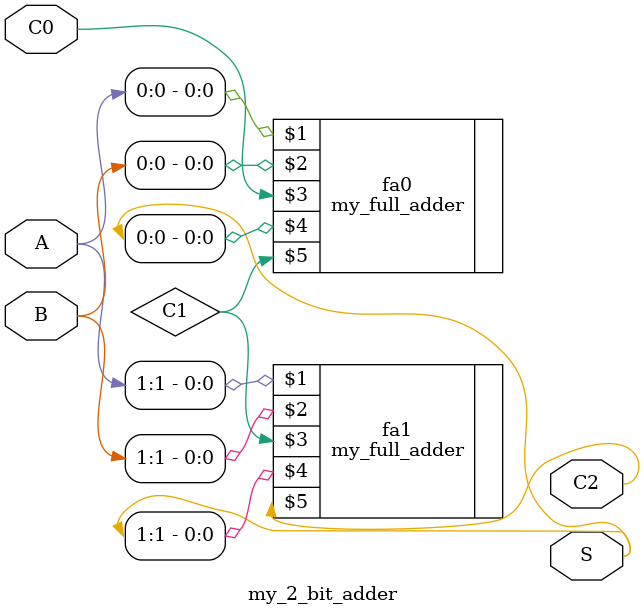
<source format=v>
`timescale 1ns / 1ps

module my_2_bit_adder(input [1:0] A, input [1:0] B, input C0, output [1:0] S, output C2);
    wire C1;
    my_full_adder fa0 (A[0], B[0], C0, S[0], C1);
    my_full_adder fa1 (A[1], B[1], C1, S[1], C2);
endmodule
</source>
